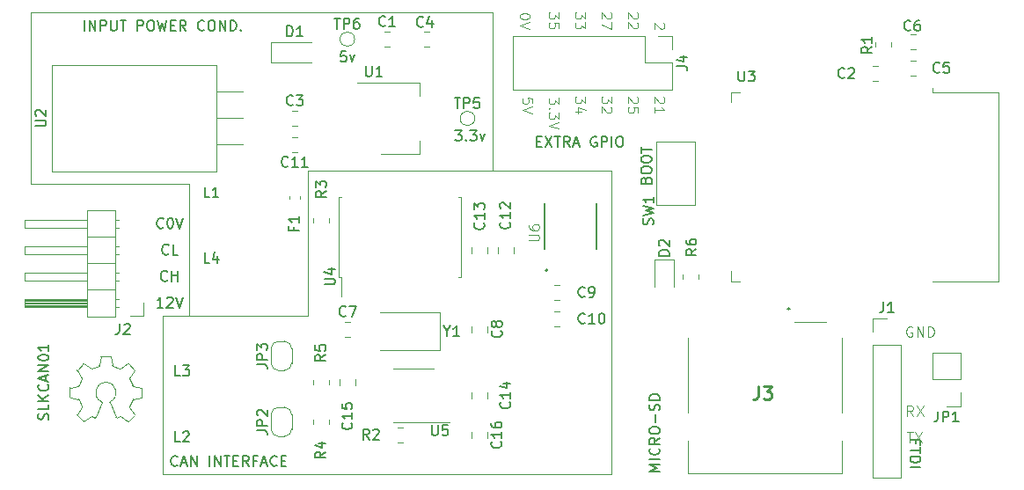
<source format=gbr>
%TF.GenerationSoftware,KiCad,Pcbnew,(5.1.9)-1*%
%TF.CreationDate,2021-03-13T19:54:35-06:00*%
%TF.ProjectId,SLKCAN,534c4b43-414e-42e6-9b69-6361645f7063,rev?*%
%TF.SameCoordinates,Original*%
%TF.FileFunction,Legend,Top*%
%TF.FilePolarity,Positive*%
%FSLAX46Y46*%
G04 Gerber Fmt 4.6, Leading zero omitted, Abs format (unit mm)*
G04 Created by KiCad (PCBNEW (5.1.9)-1) date 2021-03-13 19:54:35*
%MOMM*%
%LPD*%
G01*
G04 APERTURE LIST*
%ADD10C,0.090000*%
%ADD11C,0.100000*%
%ADD12C,0.150000*%
%ADD13C,0.120000*%
%ADD14C,0.127000*%
%ADD15C,0.200000*%
%ADD16C,0.015000*%
%ADD17C,0.254000*%
G04 APERTURE END LIST*
D10*
X107138436Y-102912329D02*
X107990561Y-102912329D01*
X108034746Y-102948804D02*
X108196042Y-103784854D01*
X108223007Y-103817904D02*
G75*
G02*
X108196042Y-103784854I17220J41575D01*
G01*
X107094251Y-102948805D02*
G75*
G02*
X107138436Y-102912329I44185J-8524D01*
G01*
X107990560Y-102912329D02*
G75*
G02*
X108034746Y-102948804I1J-45000D01*
G01*
X106526367Y-108820942D02*
X106205698Y-108688117D01*
X106585249Y-108796377D02*
G75*
G02*
X106526367Y-108820942I-41661J17010D01*
G01*
X107175617Y-107350476D02*
X106585249Y-108796378D01*
X105270123Y-104996809D02*
G75*
G02*
X105274427Y-105039245I-37270J-25216D01*
G01*
X104951307Y-107029589D02*
X104115257Y-106868293D01*
X104078782Y-106824108D02*
X104078782Y-105971983D01*
X104115258Y-106868293D02*
G75*
G02*
X104078782Y-106824108I8524J44185D01*
G01*
X105274427Y-107756846D02*
X104984357Y-107056554D01*
X106163261Y-108692419D02*
G75*
G02*
X106205698Y-108688117I25216J-37272D01*
G01*
X105458032Y-109169542D02*
G75*
G02*
X105400996Y-109164091I-25216J37271D01*
G01*
X104793001Y-108504512D02*
X105270124Y-107799282D01*
X104984357Y-105739537D02*
X105274427Y-105039245D01*
X105274428Y-107756845D02*
G75*
G02*
X105270124Y-107799282I-41575J-17221D01*
G01*
X107152771Y-107292588D02*
G75*
G02*
X107976226Y-107292588I411727J894542D01*
G01*
X106163261Y-108692420D02*
X105458032Y-109169543D01*
X104798453Y-104234543D02*
X105400996Y-103632000D01*
X104984357Y-105739537D02*
G75*
G02*
X104951307Y-105766502I-41575J17220D01*
G01*
X105400996Y-109164091D02*
X104798453Y-108561548D01*
X106205698Y-104107975D02*
X106905990Y-103817904D01*
X107152770Y-107292587D02*
G75*
G02*
X107175617Y-107350476I-18815J-40879D01*
G01*
X104078782Y-105971984D02*
G75*
G02*
X104115257Y-105927798I45000J1D01*
G01*
X106932955Y-103784854D02*
X107094250Y-102948804D01*
X106932954Y-103784853D02*
G75*
G02*
X106905990Y-103817904I-44185J8524D01*
G01*
X106205698Y-104107975D02*
G75*
G02*
X106163261Y-104103671I-17221J41575D01*
G01*
X105458032Y-103626548D02*
X106163261Y-104103671D01*
X105400995Y-103632000D02*
G75*
G02*
X105458032Y-103626548I31821J-31820D01*
G01*
X105270124Y-104996809D02*
X104793001Y-104291579D01*
X104793000Y-104291578D02*
G75*
G02*
X104798453Y-104234543I37272J25215D01*
G01*
X104115257Y-105927798D02*
X104951307Y-105766502D01*
X104798452Y-108561548D02*
G75*
G02*
X104793001Y-108504512I31820J31820D01*
G01*
X104951307Y-107029589D02*
G75*
G02*
X104984357Y-107056554I-8525J-44185D01*
G01*
X109728001Y-109164091D02*
G75*
G02*
X109670964Y-109169543I-31821J31820D01*
G01*
X109858873Y-107799283D02*
G75*
G02*
X109854569Y-107756846I37271J25217D01*
G01*
X108223006Y-103817904D02*
X108923298Y-104107975D01*
X108965735Y-104103671D02*
X109670964Y-103626548D01*
X111013739Y-106868293D02*
X110177690Y-107029589D01*
X110335995Y-108504512D02*
G75*
G02*
X110330544Y-108561548I-37271J-25216D01*
G01*
X111013739Y-105927798D02*
G75*
G02*
X111050215Y-105971983I-8524J-44185D01*
G01*
X110335995Y-104291579D02*
X109858872Y-104996809D01*
X107953380Y-107350477D02*
G75*
G02*
X107976226Y-107292588I41661J17011D01*
G01*
X108602630Y-108820941D02*
G75*
G02*
X108543748Y-108796378I-17221J41574D01*
G01*
X108923298Y-108688117D02*
X108602629Y-108820942D01*
X109854569Y-105039245D02*
X110144640Y-105739537D01*
X110177689Y-105766501D02*
G75*
G02*
X110144640Y-105739537I8525J44184D01*
G01*
X109670964Y-109169543D02*
X108965735Y-108692420D01*
X110144640Y-107056554D02*
X109854569Y-107756846D01*
X108923298Y-108688116D02*
G75*
G02*
X108965735Y-108692420I17221J-41575D01*
G01*
X110330544Y-108561548D02*
X109728000Y-109164091D01*
X110144640Y-107056553D02*
G75*
G02*
X110177690Y-107029589I41574J-17221D01*
G01*
X110330544Y-104234543D02*
G75*
G02*
X110335995Y-104291579I-31820J-31820D01*
G01*
X109670964Y-103626549D02*
G75*
G02*
X109728000Y-103632000I25216J-37271D01*
G01*
X108965735Y-104103671D02*
G75*
G02*
X108923298Y-104107975I-25216J37271D01*
G01*
X109858872Y-107799282D02*
X110335995Y-108504512D01*
X111050215Y-105971983D02*
X111050215Y-106824108D01*
X110177690Y-105766502D02*
X111013739Y-105927798D01*
X111050215Y-106824108D02*
G75*
G02*
X111013739Y-106868293I-45000J0D01*
G01*
X109854569Y-105039246D02*
G75*
G02*
X109858872Y-104996809I41575J17221D01*
G01*
X108543748Y-108796378D02*
X107953380Y-107350476D01*
X109728000Y-103632000D02*
X110330544Y-104234543D01*
D11*
X184658095Y-110196380D02*
X185229523Y-110196380D01*
X184943809Y-111196380D02*
X184943809Y-110196380D01*
X185467619Y-110196380D02*
X186134285Y-111196380D01*
X186134285Y-110196380D02*
X185467619Y-111196380D01*
X185253333Y-108656380D02*
X184920000Y-108180190D01*
X184681904Y-108656380D02*
X184681904Y-107656380D01*
X185062857Y-107656380D01*
X185158095Y-107704000D01*
X185205714Y-107751619D01*
X185253333Y-107846857D01*
X185253333Y-107989714D01*
X185205714Y-108084952D01*
X185158095Y-108132571D01*
X185062857Y-108180190D01*
X184681904Y-108180190D01*
X185586666Y-107656380D02*
X186253333Y-108656380D01*
X186253333Y-107656380D02*
X185586666Y-108656380D01*
X185166095Y-100084000D02*
X185070857Y-100036380D01*
X184928000Y-100036380D01*
X184785142Y-100084000D01*
X184689904Y-100179238D01*
X184642285Y-100274476D01*
X184594666Y-100464952D01*
X184594666Y-100607809D01*
X184642285Y-100798285D01*
X184689904Y-100893523D01*
X184785142Y-100988761D01*
X184928000Y-101036380D01*
X185023238Y-101036380D01*
X185166095Y-100988761D01*
X185213714Y-100941142D01*
X185213714Y-100607809D01*
X185023238Y-100607809D01*
X185642285Y-101036380D02*
X185642285Y-100036380D01*
X186213714Y-101036380D01*
X186213714Y-100036380D01*
X186689904Y-101036380D02*
X186689904Y-100036380D01*
X186928000Y-100036380D01*
X187070857Y-100084000D01*
X187166095Y-100179238D01*
X187213714Y-100274476D01*
X187261333Y-100464952D01*
X187261333Y-100607809D01*
X187213714Y-100798285D01*
X187166095Y-100893523D01*
X187070857Y-100988761D01*
X186928000Y-101036380D01*
X186689904Y-101036380D01*
X153709619Y-77930476D02*
X153709619Y-78549523D01*
X153328666Y-78216190D01*
X153328666Y-78359047D01*
X153281047Y-78454285D01*
X153233428Y-78501904D01*
X153138190Y-78549523D01*
X152900095Y-78549523D01*
X152804857Y-78501904D01*
X152757238Y-78454285D01*
X152709619Y-78359047D01*
X152709619Y-78073333D01*
X152757238Y-77978095D01*
X152804857Y-77930476D01*
X153376285Y-79406666D02*
X152709619Y-79406666D01*
X153757238Y-79168571D02*
X153042952Y-78930476D01*
X153042952Y-79549523D01*
X153709619Y-69802476D02*
X153709619Y-70421523D01*
X153328666Y-70088190D01*
X153328666Y-70231047D01*
X153281047Y-70326285D01*
X153233428Y-70373904D01*
X153138190Y-70421523D01*
X152900095Y-70421523D01*
X152804857Y-70373904D01*
X152757238Y-70326285D01*
X152709619Y-70231047D01*
X152709619Y-69945333D01*
X152757238Y-69850095D01*
X152804857Y-69802476D01*
X153709619Y-70754857D02*
X153709619Y-71373904D01*
X153328666Y-71040571D01*
X153328666Y-71183428D01*
X153281047Y-71278666D01*
X153233428Y-71326285D01*
X153138190Y-71373904D01*
X152900095Y-71373904D01*
X152804857Y-71326285D01*
X152757238Y-71278666D01*
X152709619Y-71183428D01*
X152709619Y-70897714D01*
X152757238Y-70802476D01*
X152804857Y-70754857D01*
X156154380Y-69850095D02*
X156202000Y-69897714D01*
X156249619Y-69992952D01*
X156249619Y-70231047D01*
X156202000Y-70326285D01*
X156154380Y-70373904D01*
X156059142Y-70421523D01*
X155963904Y-70421523D01*
X155821047Y-70373904D01*
X155249619Y-69802476D01*
X155249619Y-70421523D01*
X156249619Y-70754857D02*
X156249619Y-71421523D01*
X155249619Y-70992952D01*
X161234380Y-70834285D02*
X161282000Y-70881904D01*
X161329619Y-70977142D01*
X161329619Y-71215238D01*
X161282000Y-71310476D01*
X161234380Y-71358095D01*
X161139142Y-71405714D01*
X161043904Y-71405714D01*
X160901047Y-71358095D01*
X160329619Y-70786666D01*
X160329619Y-71405714D01*
X158694380Y-69850095D02*
X158742000Y-69897714D01*
X158789619Y-69992952D01*
X158789619Y-70231047D01*
X158742000Y-70326285D01*
X158694380Y-70373904D01*
X158599142Y-70421523D01*
X158503904Y-70421523D01*
X158361047Y-70373904D01*
X157789619Y-69802476D01*
X157789619Y-70421523D01*
X158694380Y-70802476D02*
X158742000Y-70850095D01*
X158789619Y-70945333D01*
X158789619Y-71183428D01*
X158742000Y-71278666D01*
X158694380Y-71326285D01*
X158599142Y-71373904D01*
X158503904Y-71373904D01*
X158361047Y-71326285D01*
X157789619Y-70754857D01*
X157789619Y-71373904D01*
X158694380Y-77978095D02*
X158742000Y-78025714D01*
X158789619Y-78120952D01*
X158789619Y-78359047D01*
X158742000Y-78454285D01*
X158694380Y-78501904D01*
X158599142Y-78549523D01*
X158503904Y-78549523D01*
X158361047Y-78501904D01*
X157789619Y-77930476D01*
X157789619Y-78549523D01*
X158789619Y-79454285D02*
X158789619Y-78978095D01*
X158313428Y-78930476D01*
X158361047Y-78978095D01*
X158408666Y-79073333D01*
X158408666Y-79311428D01*
X158361047Y-79406666D01*
X158313428Y-79454285D01*
X158218190Y-79501904D01*
X157980095Y-79501904D01*
X157884857Y-79454285D01*
X157837238Y-79406666D01*
X157789619Y-79311428D01*
X157789619Y-79073333D01*
X157837238Y-78978095D01*
X157884857Y-78930476D01*
X156249619Y-77930476D02*
X156249619Y-78549523D01*
X155868666Y-78216190D01*
X155868666Y-78359047D01*
X155821047Y-78454285D01*
X155773428Y-78501904D01*
X155678190Y-78549523D01*
X155440095Y-78549523D01*
X155344857Y-78501904D01*
X155297238Y-78454285D01*
X155249619Y-78359047D01*
X155249619Y-78073333D01*
X155297238Y-77978095D01*
X155344857Y-77930476D01*
X156154380Y-78930476D02*
X156202000Y-78978095D01*
X156249619Y-79073333D01*
X156249619Y-79311428D01*
X156202000Y-79406666D01*
X156154380Y-79454285D01*
X156059142Y-79501904D01*
X155963904Y-79501904D01*
X155821047Y-79454285D01*
X155249619Y-78882857D01*
X155249619Y-79501904D01*
X161234380Y-77978095D02*
X161282000Y-78025714D01*
X161329619Y-78120952D01*
X161329619Y-78359047D01*
X161282000Y-78454285D01*
X161234380Y-78501904D01*
X161139142Y-78549523D01*
X161043904Y-78549523D01*
X160901047Y-78501904D01*
X160329619Y-77930476D01*
X160329619Y-78549523D01*
X160329619Y-79501904D02*
X160329619Y-78930476D01*
X160329619Y-79216190D02*
X161329619Y-79216190D01*
X161186761Y-79120952D01*
X161091523Y-79025714D01*
X161043904Y-78930476D01*
X151169619Y-69802476D02*
X151169619Y-70421523D01*
X150788666Y-70088190D01*
X150788666Y-70231047D01*
X150741047Y-70326285D01*
X150693428Y-70373904D01*
X150598190Y-70421523D01*
X150360095Y-70421523D01*
X150264857Y-70373904D01*
X150217238Y-70326285D01*
X150169619Y-70231047D01*
X150169619Y-69945333D01*
X150217238Y-69850095D01*
X150264857Y-69802476D01*
X151169619Y-71326285D02*
X151169619Y-70850095D01*
X150693428Y-70802476D01*
X150741047Y-70850095D01*
X150788666Y-70945333D01*
X150788666Y-71183428D01*
X150741047Y-71278666D01*
X150693428Y-71326285D01*
X150598190Y-71373904D01*
X150360095Y-71373904D01*
X150264857Y-71326285D01*
X150217238Y-71278666D01*
X150169619Y-71183428D01*
X150169619Y-70945333D01*
X150217238Y-70850095D01*
X150264857Y-70802476D01*
X148375619Y-70135809D02*
X148375619Y-70231047D01*
X148328000Y-70326285D01*
X148280380Y-70373904D01*
X148185142Y-70421523D01*
X147994666Y-70469142D01*
X147756571Y-70469142D01*
X147566095Y-70421523D01*
X147470857Y-70373904D01*
X147423238Y-70326285D01*
X147375619Y-70231047D01*
X147375619Y-70135809D01*
X147423238Y-70040571D01*
X147470857Y-69992952D01*
X147566095Y-69945333D01*
X147756571Y-69897714D01*
X147994666Y-69897714D01*
X148185142Y-69945333D01*
X148280380Y-69992952D01*
X148328000Y-70040571D01*
X148375619Y-70135809D01*
X148375619Y-70754857D02*
X147375619Y-71088190D01*
X148375619Y-71421523D01*
X151169619Y-78025809D02*
X151169619Y-78644857D01*
X150788666Y-78311523D01*
X150788666Y-78454380D01*
X150741047Y-78549619D01*
X150693428Y-78597238D01*
X150598190Y-78644857D01*
X150360095Y-78644857D01*
X150264857Y-78597238D01*
X150217238Y-78549619D01*
X150169619Y-78454380D01*
X150169619Y-78168666D01*
X150217238Y-78073428D01*
X150264857Y-78025809D01*
X150264857Y-79073428D02*
X150217238Y-79121047D01*
X150169619Y-79073428D01*
X150217238Y-79025809D01*
X150264857Y-79073428D01*
X150169619Y-79073428D01*
X151169619Y-79454380D02*
X151169619Y-80073428D01*
X150788666Y-79740095D01*
X150788666Y-79882952D01*
X150741047Y-79978190D01*
X150693428Y-80025809D01*
X150598190Y-80073428D01*
X150360095Y-80073428D01*
X150264857Y-80025809D01*
X150217238Y-79978190D01*
X150169619Y-79882952D01*
X150169619Y-79597238D01*
X150217238Y-79502000D01*
X150264857Y-79454380D01*
X151169619Y-80359142D02*
X150169619Y-80692476D01*
X151169619Y-81025809D01*
X148629619Y-78549523D02*
X148629619Y-78073333D01*
X148153428Y-78025714D01*
X148201047Y-78073333D01*
X148248666Y-78168571D01*
X148248666Y-78406666D01*
X148201047Y-78501904D01*
X148153428Y-78549523D01*
X148058190Y-78597142D01*
X147820095Y-78597142D01*
X147724857Y-78549523D01*
X147677238Y-78501904D01*
X147629619Y-78406666D01*
X147629619Y-78168571D01*
X147677238Y-78073333D01*
X147724857Y-78025714D01*
X148629619Y-78882857D02*
X147629619Y-79216190D01*
X148629619Y-79549523D01*
D12*
X102004761Y-109005238D02*
X102052380Y-108862380D01*
X102052380Y-108624285D01*
X102004761Y-108529047D01*
X101957142Y-108481428D01*
X101861904Y-108433809D01*
X101766666Y-108433809D01*
X101671428Y-108481428D01*
X101623809Y-108529047D01*
X101576190Y-108624285D01*
X101528571Y-108814761D01*
X101480952Y-108910000D01*
X101433333Y-108957619D01*
X101338095Y-109005238D01*
X101242857Y-109005238D01*
X101147619Y-108957619D01*
X101100000Y-108910000D01*
X101052380Y-108814761D01*
X101052380Y-108576666D01*
X101100000Y-108433809D01*
X102052380Y-107529047D02*
X102052380Y-108005238D01*
X101052380Y-108005238D01*
X102052380Y-107195714D02*
X101052380Y-107195714D01*
X102052380Y-106624285D02*
X101480952Y-107052857D01*
X101052380Y-106624285D02*
X101623809Y-107195714D01*
X101957142Y-105624285D02*
X102004761Y-105671904D01*
X102052380Y-105814761D01*
X102052380Y-105910000D01*
X102004761Y-106052857D01*
X101909523Y-106148095D01*
X101814285Y-106195714D01*
X101623809Y-106243333D01*
X101480952Y-106243333D01*
X101290476Y-106195714D01*
X101195238Y-106148095D01*
X101100000Y-106052857D01*
X101052380Y-105910000D01*
X101052380Y-105814761D01*
X101100000Y-105671904D01*
X101147619Y-105624285D01*
X101766666Y-105243333D02*
X101766666Y-104767142D01*
X102052380Y-105338571D02*
X101052380Y-105005238D01*
X102052380Y-104671904D01*
X102052380Y-104338571D02*
X101052380Y-104338571D01*
X102052380Y-103767142D01*
X101052380Y-103767142D01*
X101052380Y-103100476D02*
X101052380Y-103005238D01*
X101100000Y-102910000D01*
X101147619Y-102862380D01*
X101242857Y-102814761D01*
X101433333Y-102767142D01*
X101671428Y-102767142D01*
X101861904Y-102814761D01*
X101957142Y-102862380D01*
X102004761Y-102910000D01*
X102052380Y-103005238D01*
X102052380Y-103100476D01*
X102004761Y-103195714D01*
X101957142Y-103243333D01*
X101861904Y-103290952D01*
X101671428Y-103338571D01*
X101433333Y-103338571D01*
X101242857Y-103290952D01*
X101147619Y-103243333D01*
X101100000Y-103195714D01*
X101052380Y-103100476D01*
X102052380Y-101814761D02*
X102052380Y-102386190D01*
X102052380Y-102100476D02*
X101052380Y-102100476D01*
X101195238Y-102195714D01*
X101290476Y-102290952D01*
X101338095Y-102386190D01*
X105506190Y-71572380D02*
X105506190Y-70572380D01*
X105982380Y-71572380D02*
X105982380Y-70572380D01*
X106553809Y-71572380D01*
X106553809Y-70572380D01*
X107030000Y-71572380D02*
X107030000Y-70572380D01*
X107410952Y-70572380D01*
X107506190Y-70620000D01*
X107553809Y-70667619D01*
X107601428Y-70762857D01*
X107601428Y-70905714D01*
X107553809Y-71000952D01*
X107506190Y-71048571D01*
X107410952Y-71096190D01*
X107030000Y-71096190D01*
X108030000Y-70572380D02*
X108030000Y-71381904D01*
X108077619Y-71477142D01*
X108125238Y-71524761D01*
X108220476Y-71572380D01*
X108410952Y-71572380D01*
X108506190Y-71524761D01*
X108553809Y-71477142D01*
X108601428Y-71381904D01*
X108601428Y-70572380D01*
X108934761Y-70572380D02*
X109506190Y-70572380D01*
X109220476Y-71572380D02*
X109220476Y-70572380D01*
X110601428Y-71572380D02*
X110601428Y-70572380D01*
X110982380Y-70572380D01*
X111077619Y-70620000D01*
X111125238Y-70667619D01*
X111172857Y-70762857D01*
X111172857Y-70905714D01*
X111125238Y-71000952D01*
X111077619Y-71048571D01*
X110982380Y-71096190D01*
X110601428Y-71096190D01*
X111791904Y-70572380D02*
X111982380Y-70572380D01*
X112077619Y-70620000D01*
X112172857Y-70715238D01*
X112220476Y-70905714D01*
X112220476Y-71239047D01*
X112172857Y-71429523D01*
X112077619Y-71524761D01*
X111982380Y-71572380D01*
X111791904Y-71572380D01*
X111696666Y-71524761D01*
X111601428Y-71429523D01*
X111553809Y-71239047D01*
X111553809Y-70905714D01*
X111601428Y-70715238D01*
X111696666Y-70620000D01*
X111791904Y-70572380D01*
X112553809Y-70572380D02*
X112791904Y-71572380D01*
X112982380Y-70858095D01*
X113172857Y-71572380D01*
X113410952Y-70572380D01*
X113791904Y-71048571D02*
X114125238Y-71048571D01*
X114268095Y-71572380D02*
X113791904Y-71572380D01*
X113791904Y-70572380D01*
X114268095Y-70572380D01*
X115268095Y-71572380D02*
X114934761Y-71096190D01*
X114696666Y-71572380D02*
X114696666Y-70572380D01*
X115077619Y-70572380D01*
X115172857Y-70620000D01*
X115220476Y-70667619D01*
X115268095Y-70762857D01*
X115268095Y-70905714D01*
X115220476Y-71000952D01*
X115172857Y-71048571D01*
X115077619Y-71096190D01*
X114696666Y-71096190D01*
X117030000Y-71477142D02*
X116982380Y-71524761D01*
X116839523Y-71572380D01*
X116744285Y-71572380D01*
X116601428Y-71524761D01*
X116506190Y-71429523D01*
X116458571Y-71334285D01*
X116410952Y-71143809D01*
X116410952Y-71000952D01*
X116458571Y-70810476D01*
X116506190Y-70715238D01*
X116601428Y-70620000D01*
X116744285Y-70572380D01*
X116839523Y-70572380D01*
X116982380Y-70620000D01*
X117030000Y-70667619D01*
X117649047Y-70572380D02*
X117839523Y-70572380D01*
X117934761Y-70620000D01*
X118030000Y-70715238D01*
X118077619Y-70905714D01*
X118077619Y-71239047D01*
X118030000Y-71429523D01*
X117934761Y-71524761D01*
X117839523Y-71572380D01*
X117649047Y-71572380D01*
X117553809Y-71524761D01*
X117458571Y-71429523D01*
X117410952Y-71239047D01*
X117410952Y-70905714D01*
X117458571Y-70715238D01*
X117553809Y-70620000D01*
X117649047Y-70572380D01*
X118506190Y-71572380D02*
X118506190Y-70572380D01*
X119077619Y-71572380D01*
X119077619Y-70572380D01*
X119553809Y-71572380D02*
X119553809Y-70572380D01*
X119791904Y-70572380D01*
X119934761Y-70620000D01*
X120030000Y-70715238D01*
X120077619Y-70810476D01*
X120125238Y-71000952D01*
X120125238Y-71143809D01*
X120077619Y-71334285D01*
X120030000Y-71429523D01*
X119934761Y-71524761D01*
X119791904Y-71572380D01*
X119553809Y-71572380D01*
X120553809Y-71477142D02*
X120601428Y-71524761D01*
X120553809Y-71572380D01*
X120506190Y-71524761D01*
X120553809Y-71477142D01*
X120553809Y-71572380D01*
D13*
X115570000Y-88900000D02*
X115570000Y-99060000D01*
X115570000Y-86360000D02*
X115570000Y-88900000D01*
X113030000Y-86360000D02*
X115570000Y-86360000D01*
X100330000Y-86360000D02*
X113030000Y-86360000D01*
X144780000Y-69850000D02*
X144780000Y-85090000D01*
X100330000Y-69850000D02*
X144780000Y-69850000D01*
X100330000Y-86360000D02*
X100330000Y-69850000D01*
D12*
X160868749Y-113965376D02*
X159868749Y-113965376D01*
X160583035Y-113632042D01*
X159868749Y-113298709D01*
X160868749Y-113298709D01*
X160868749Y-112822519D02*
X159868749Y-112822519D01*
X160773511Y-111774900D02*
X160821130Y-111822519D01*
X160868749Y-111965376D01*
X160868749Y-112060614D01*
X160821130Y-112203471D01*
X160725892Y-112298709D01*
X160630654Y-112346328D01*
X160440178Y-112393947D01*
X160297321Y-112393947D01*
X160106845Y-112346328D01*
X160011607Y-112298709D01*
X159916369Y-112203471D01*
X159868749Y-112060614D01*
X159868749Y-111965376D01*
X159916369Y-111822519D01*
X159963988Y-111774900D01*
X160868749Y-110774900D02*
X160392559Y-111108233D01*
X160868749Y-111346328D02*
X159868749Y-111346328D01*
X159868749Y-110965376D01*
X159916369Y-110870138D01*
X159963988Y-110822519D01*
X160059226Y-110774900D01*
X160202083Y-110774900D01*
X160297321Y-110822519D01*
X160344940Y-110870138D01*
X160392559Y-110965376D01*
X160392559Y-111346328D01*
X159868749Y-110155852D02*
X159868749Y-109965376D01*
X159916369Y-109870138D01*
X160011607Y-109774900D01*
X160202083Y-109727280D01*
X160535416Y-109727280D01*
X160725892Y-109774900D01*
X160821130Y-109870138D01*
X160868749Y-109965376D01*
X160868749Y-110155852D01*
X160821130Y-110251090D01*
X160725892Y-110346328D01*
X160535416Y-110393947D01*
X160202083Y-110393947D01*
X160011607Y-110346328D01*
X159916369Y-110251090D01*
X159868749Y-110155852D01*
X160487797Y-109298709D02*
X160487797Y-108536804D01*
X160821130Y-108108233D02*
X160868749Y-107965376D01*
X160868749Y-107727280D01*
X160821130Y-107632042D01*
X160773511Y-107584423D01*
X160678273Y-107536804D01*
X160583035Y-107536804D01*
X160487797Y-107584423D01*
X160440178Y-107632042D01*
X160392559Y-107727280D01*
X160344940Y-107917757D01*
X160297321Y-108012995D01*
X160249702Y-108060614D01*
X160154464Y-108108233D01*
X160059226Y-108108233D01*
X159963988Y-108060614D01*
X159916369Y-108012995D01*
X159868749Y-107917757D01*
X159868749Y-107679661D01*
X159916369Y-107536804D01*
X160868749Y-107108233D02*
X159868749Y-107108233D01*
X159868749Y-106870138D01*
X159916369Y-106727280D01*
X160011607Y-106632042D01*
X160106845Y-106584423D01*
X160297321Y-106536804D01*
X160440178Y-106536804D01*
X160630654Y-106584423D01*
X160725892Y-106632042D01*
X160821130Y-106727280D01*
X160868749Y-106870138D01*
X160868749Y-107108233D01*
X114451428Y-113387142D02*
X114403809Y-113434761D01*
X114260952Y-113482380D01*
X114165714Y-113482380D01*
X114022857Y-113434761D01*
X113927619Y-113339523D01*
X113880000Y-113244285D01*
X113832380Y-113053809D01*
X113832380Y-112910952D01*
X113880000Y-112720476D01*
X113927619Y-112625238D01*
X114022857Y-112530000D01*
X114165714Y-112482380D01*
X114260952Y-112482380D01*
X114403809Y-112530000D01*
X114451428Y-112577619D01*
X114832380Y-113196666D02*
X115308571Y-113196666D01*
X114737142Y-113482380D02*
X115070476Y-112482380D01*
X115403809Y-113482380D01*
X115737142Y-113482380D02*
X115737142Y-112482380D01*
X116308571Y-113482380D01*
X116308571Y-112482380D01*
X117546666Y-113482380D02*
X117546666Y-112482380D01*
X118022857Y-113482380D02*
X118022857Y-112482380D01*
X118594285Y-113482380D01*
X118594285Y-112482380D01*
X118927619Y-112482380D02*
X119499047Y-112482380D01*
X119213333Y-113482380D02*
X119213333Y-112482380D01*
X119832380Y-112958571D02*
X120165714Y-112958571D01*
X120308571Y-113482380D02*
X119832380Y-113482380D01*
X119832380Y-112482380D01*
X120308571Y-112482380D01*
X121308571Y-113482380D02*
X120975238Y-113006190D01*
X120737142Y-113482380D02*
X120737142Y-112482380D01*
X121118095Y-112482380D01*
X121213333Y-112530000D01*
X121260952Y-112577619D01*
X121308571Y-112672857D01*
X121308571Y-112815714D01*
X121260952Y-112910952D01*
X121213333Y-112958571D01*
X121118095Y-113006190D01*
X120737142Y-113006190D01*
X122070476Y-112958571D02*
X121737142Y-112958571D01*
X121737142Y-113482380D02*
X121737142Y-112482380D01*
X122213333Y-112482380D01*
X122546666Y-113196666D02*
X123022857Y-113196666D01*
X122451428Y-113482380D02*
X122784761Y-112482380D01*
X123118095Y-113482380D01*
X124022857Y-113387142D02*
X123975238Y-113434761D01*
X123832380Y-113482380D01*
X123737142Y-113482380D01*
X123594285Y-113434761D01*
X123499047Y-113339523D01*
X123451428Y-113244285D01*
X123403809Y-113053809D01*
X123403809Y-112910952D01*
X123451428Y-112720476D01*
X123499047Y-112625238D01*
X123594285Y-112530000D01*
X123737142Y-112482380D01*
X123832380Y-112482380D01*
X123975238Y-112530000D01*
X124022857Y-112577619D01*
X124451428Y-112958571D02*
X124784761Y-112958571D01*
X124927619Y-113482380D02*
X124451428Y-113482380D01*
X124451428Y-112482380D01*
X124927619Y-112482380D01*
D13*
X156210000Y-114300000D02*
X113030000Y-114300000D01*
X156210000Y-85090000D02*
X156210000Y-114300000D01*
X127000000Y-85090000D02*
X156210000Y-85090000D01*
X127000000Y-99060000D02*
X127000000Y-85090000D01*
X113030000Y-99060000D02*
X127000000Y-99060000D01*
X113030000Y-114300000D02*
X113030000Y-99060000D01*
D12*
X159553420Y-85947776D02*
X159601039Y-85804919D01*
X159648658Y-85757300D01*
X159743896Y-85709681D01*
X159886753Y-85709681D01*
X159981991Y-85757300D01*
X160029610Y-85804919D01*
X160077229Y-85900157D01*
X160077229Y-86281110D01*
X159077229Y-86281110D01*
X159077229Y-85947776D01*
X159124849Y-85852538D01*
X159172468Y-85804919D01*
X159267706Y-85757300D01*
X159362944Y-85757300D01*
X159458182Y-85804919D01*
X159505801Y-85852538D01*
X159553420Y-85947776D01*
X159553420Y-86281110D01*
X159077229Y-85090634D02*
X159077229Y-84900157D01*
X159124849Y-84804919D01*
X159220087Y-84709681D01*
X159410563Y-84662062D01*
X159743896Y-84662062D01*
X159934372Y-84709681D01*
X160029610Y-84804919D01*
X160077229Y-84900157D01*
X160077229Y-85090634D01*
X160029610Y-85185872D01*
X159934372Y-85281110D01*
X159743896Y-85328729D01*
X159410563Y-85328729D01*
X159220087Y-85281110D01*
X159124849Y-85185872D01*
X159077229Y-85090634D01*
X159077229Y-84043014D02*
X159077229Y-83852538D01*
X159124849Y-83757300D01*
X159220087Y-83662062D01*
X159410563Y-83614443D01*
X159743896Y-83614443D01*
X159934372Y-83662062D01*
X160029610Y-83757300D01*
X160077229Y-83852538D01*
X160077229Y-84043014D01*
X160029610Y-84138253D01*
X159934372Y-84233491D01*
X159743896Y-84281110D01*
X159410563Y-84281110D01*
X159220087Y-84233491D01*
X159124849Y-84138253D01*
X159077229Y-84043014D01*
X159077229Y-83328729D02*
X159077229Y-82757300D01*
X160077229Y-83043014D02*
X159077229Y-83043014D01*
X149019142Y-82224571D02*
X149352476Y-82224571D01*
X149495333Y-82748380D02*
X149019142Y-82748380D01*
X149019142Y-81748380D01*
X149495333Y-81748380D01*
X149828666Y-81748380D02*
X150495333Y-82748380D01*
X150495333Y-81748380D02*
X149828666Y-82748380D01*
X150733428Y-81748380D02*
X151304857Y-81748380D01*
X151019142Y-82748380D02*
X151019142Y-81748380D01*
X152209619Y-82748380D02*
X151876285Y-82272190D01*
X151638190Y-82748380D02*
X151638190Y-81748380D01*
X152019142Y-81748380D01*
X152114380Y-81796000D01*
X152162000Y-81843619D01*
X152209619Y-81938857D01*
X152209619Y-82081714D01*
X152162000Y-82176952D01*
X152114380Y-82224571D01*
X152019142Y-82272190D01*
X151638190Y-82272190D01*
X152590571Y-82462666D02*
X153066761Y-82462666D01*
X152495333Y-82748380D02*
X152828666Y-81748380D01*
X153162000Y-82748380D01*
X154781047Y-81796000D02*
X154685809Y-81748380D01*
X154542952Y-81748380D01*
X154400095Y-81796000D01*
X154304857Y-81891238D01*
X154257238Y-81986476D01*
X154209619Y-82176952D01*
X154209619Y-82319809D01*
X154257238Y-82510285D01*
X154304857Y-82605523D01*
X154400095Y-82700761D01*
X154542952Y-82748380D01*
X154638190Y-82748380D01*
X154781047Y-82700761D01*
X154828666Y-82653142D01*
X154828666Y-82319809D01*
X154638190Y-82319809D01*
X155257238Y-82748380D02*
X155257238Y-81748380D01*
X155638190Y-81748380D01*
X155733428Y-81796000D01*
X155781047Y-81843619D01*
X155828666Y-81938857D01*
X155828666Y-82081714D01*
X155781047Y-82176952D01*
X155733428Y-82224571D01*
X155638190Y-82272190D01*
X155257238Y-82272190D01*
X156257238Y-82748380D02*
X156257238Y-81748380D01*
X156923904Y-81748380D02*
X157114380Y-81748380D01*
X157209619Y-81796000D01*
X157304857Y-81891238D01*
X157352476Y-82081714D01*
X157352476Y-82415047D01*
X157304857Y-82605523D01*
X157209619Y-82700761D01*
X157114380Y-82748380D01*
X156923904Y-82748380D01*
X156828666Y-82700761D01*
X156733428Y-82605523D01*
X156685809Y-82415047D01*
X156685809Y-82081714D01*
X156733428Y-81891238D01*
X156828666Y-81796000D01*
X156923904Y-81748380D01*
X141182402Y-81173435D02*
X141801450Y-81173435D01*
X141468116Y-81554388D01*
X141610974Y-81554388D01*
X141706212Y-81602007D01*
X141753831Y-81649626D01*
X141801450Y-81744864D01*
X141801450Y-81982959D01*
X141753831Y-82078197D01*
X141706212Y-82125816D01*
X141610974Y-82173435D01*
X141325259Y-82173435D01*
X141230021Y-82125816D01*
X141182402Y-82078197D01*
X142230021Y-82078197D02*
X142277640Y-82125816D01*
X142230021Y-82173435D01*
X142182402Y-82125816D01*
X142230021Y-82078197D01*
X142230021Y-82173435D01*
X142610974Y-81173435D02*
X143230021Y-81173435D01*
X142896688Y-81554388D01*
X143039545Y-81554388D01*
X143134783Y-81602007D01*
X143182402Y-81649626D01*
X143230021Y-81744864D01*
X143230021Y-81982959D01*
X143182402Y-82078197D01*
X143134783Y-82125816D01*
X143039545Y-82173435D01*
X142753831Y-82173435D01*
X142658593Y-82125816D01*
X142610974Y-82078197D01*
X143563354Y-81506769D02*
X143801450Y-82173435D01*
X144039545Y-81506769D01*
X130663605Y-73575687D02*
X130187415Y-73575687D01*
X130139796Y-74051878D01*
X130187415Y-74004259D01*
X130282653Y-73956640D01*
X130520748Y-73956640D01*
X130615986Y-74004259D01*
X130663605Y-74051878D01*
X130711224Y-74147116D01*
X130711224Y-74385211D01*
X130663605Y-74480449D01*
X130615986Y-74528068D01*
X130520748Y-74575687D01*
X130282653Y-74575687D01*
X130187415Y-74528068D01*
X130139796Y-74480449D01*
X131044558Y-73909021D02*
X131282653Y-74575687D01*
X131520748Y-73909021D01*
X113098544Y-90509395D02*
X113050925Y-90557014D01*
X112908068Y-90604633D01*
X112812830Y-90604633D01*
X112669973Y-90557014D01*
X112574735Y-90461776D01*
X112527116Y-90366538D01*
X112479497Y-90176062D01*
X112479497Y-90033205D01*
X112527116Y-89842729D01*
X112574735Y-89747491D01*
X112669973Y-89652253D01*
X112812830Y-89604633D01*
X112908068Y-89604633D01*
X113050925Y-89652253D01*
X113098544Y-89699872D01*
X113717592Y-89604633D02*
X113812830Y-89604633D01*
X113908068Y-89652253D01*
X113955687Y-89699872D01*
X114003306Y-89795110D01*
X114050925Y-89985586D01*
X114050925Y-90223681D01*
X114003306Y-90414157D01*
X113955687Y-90509395D01*
X113908068Y-90557014D01*
X113812830Y-90604633D01*
X113717592Y-90604633D01*
X113622354Y-90557014D01*
X113574735Y-90509395D01*
X113527116Y-90414157D01*
X113479497Y-90223681D01*
X113479497Y-89985586D01*
X113527116Y-89795110D01*
X113574735Y-89699872D01*
X113622354Y-89652253D01*
X113717592Y-89604633D01*
X114336640Y-89604633D02*
X114669973Y-90604633D01*
X115003306Y-89604633D01*
X113598544Y-93049395D02*
X113550925Y-93097014D01*
X113408068Y-93144633D01*
X113312830Y-93144633D01*
X113169973Y-93097014D01*
X113074735Y-93001776D01*
X113027116Y-92906538D01*
X112979497Y-92716062D01*
X112979497Y-92573205D01*
X113027116Y-92382729D01*
X113074735Y-92287491D01*
X113169973Y-92192253D01*
X113312830Y-92144633D01*
X113408068Y-92144633D01*
X113550925Y-92192253D01*
X113598544Y-92239872D01*
X114503306Y-93144633D02*
X114027116Y-93144633D01*
X114027116Y-92144633D01*
X113479497Y-95589395D02*
X113431878Y-95637014D01*
X113289021Y-95684633D01*
X113193783Y-95684633D01*
X113050925Y-95637014D01*
X112955687Y-95541776D01*
X112908068Y-95446538D01*
X112860449Y-95256062D01*
X112860449Y-95113205D01*
X112908068Y-94922729D01*
X112955687Y-94827491D01*
X113050925Y-94732253D01*
X113193783Y-94684633D01*
X113289021Y-94684633D01*
X113431878Y-94732253D01*
X113479497Y-94779872D01*
X113908068Y-95684633D02*
X113908068Y-94684633D01*
X113908068Y-95160824D02*
X114479497Y-95160824D01*
X114479497Y-95684633D02*
X114479497Y-94684633D01*
X113074735Y-98224633D02*
X112503306Y-98224633D01*
X112789021Y-98224633D02*
X112789021Y-97224633D01*
X112693783Y-97367491D01*
X112598544Y-97462729D01*
X112503306Y-97510348D01*
X113455687Y-97319872D02*
X113503306Y-97272253D01*
X113598544Y-97224633D01*
X113836640Y-97224633D01*
X113931878Y-97272253D01*
X113979497Y-97319872D01*
X114027116Y-97415110D01*
X114027116Y-97510348D01*
X113979497Y-97653205D01*
X113408068Y-98224633D01*
X114027116Y-98224633D01*
X114312830Y-97224633D02*
X114646163Y-98224633D01*
X114979497Y-97224633D01*
D13*
%TO.C,U2*%
X118230000Y-85130000D02*
X118230000Y-74890000D01*
X102340000Y-85130000D02*
X102340000Y-74890000D01*
X102340000Y-85130000D02*
X118230000Y-85130000D01*
X102340000Y-74890000D02*
X118230000Y-74890000D01*
X118230000Y-82550000D02*
X120770000Y-82550000D01*
X118230000Y-80010000D02*
X120770000Y-80010000D01*
X118230000Y-77470000D02*
X120770000Y-77470000D01*
%TO.C,Y1*%
X139702821Y-98687227D02*
X133952821Y-98687227D01*
X139702821Y-102287227D02*
X139702821Y-98687227D01*
X133952821Y-102287227D02*
X139702821Y-102287227D01*
D14*
%TO.C,U6*%
X154744303Y-92609275D02*
X154744303Y-88209275D01*
X149744303Y-92609275D02*
X149744303Y-88209275D01*
D15*
X150084303Y-94649275D02*
G75*
G03*
X150084303Y-94649275I-100000J0D01*
G01*
D13*
%TO.C,U5*%
X137160000Y-109240000D02*
X140610000Y-109240000D01*
X137160000Y-109240000D02*
X135210000Y-109240000D01*
X137160000Y-104120000D02*
X139110000Y-104120000D01*
X137160000Y-104120000D02*
X135210000Y-104120000D01*
%TO.C,U4*%
X130250000Y-95300000D02*
X130250000Y-97115000D01*
X130005000Y-95300000D02*
X130250000Y-95300000D01*
X130005000Y-91440000D02*
X130005000Y-95300000D01*
X130005000Y-87580000D02*
X130250000Y-87580000D01*
X130005000Y-91440000D02*
X130005000Y-87580000D01*
X141775000Y-95300000D02*
X141530000Y-95300000D01*
X141775000Y-91440000D02*
X141775000Y-95300000D01*
X141775000Y-87580000D02*
X141530000Y-87580000D01*
X141775000Y-91440000D02*
X141775000Y-87580000D01*
%TO.C,U3*%
X187089303Y-77479275D02*
X187089303Y-77099275D01*
X193509303Y-77479275D02*
X187089303Y-77479275D01*
X193509303Y-95719275D02*
X187089303Y-95719275D01*
X193509303Y-77479275D02*
X193509303Y-95719275D01*
X167764303Y-95719275D02*
X167764303Y-94719275D01*
X168544303Y-95719275D02*
X167764303Y-95719275D01*
X167764303Y-77479275D02*
X167764303Y-78479275D01*
X168544303Y-77479275D02*
X167764303Y-77479275D01*
%TO.C,U1*%
X131790000Y-76600000D02*
X137800000Y-76600000D01*
X134040000Y-83420000D02*
X137800000Y-83420000D01*
X137800000Y-76600000D02*
X137800000Y-77860000D01*
X137800000Y-83420000D02*
X137800000Y-82160000D01*
%TO.C,TP6*%
X131510000Y-72390000D02*
G75*
G03*
X131510000Y-72390000I-700000J0D01*
G01*
%TO.C,TP5*%
X143069300Y-80017252D02*
G75*
G03*
X143069300Y-80017252I-700000J0D01*
G01*
%TO.C,SW1*%
X164254303Y-88389275D02*
X160554303Y-88389275D01*
X164254303Y-82269275D02*
X164254303Y-88389275D01*
X160554303Y-82269275D02*
X164254303Y-82269275D01*
X160554303Y-88389275D02*
X160554303Y-82269275D01*
%TO.C,R6*%
X164565000Y-95477064D02*
X164565000Y-95022936D01*
X163095000Y-95477064D02*
X163095000Y-95022936D01*
%TO.C,R5*%
X127535000Y-105182936D02*
X127535000Y-105637064D01*
X129005000Y-105182936D02*
X129005000Y-105637064D01*
%TO.C,R4*%
X127535000Y-108992936D02*
X127535000Y-109447064D01*
X129005000Y-108992936D02*
X129005000Y-109447064D01*
%TO.C,R3*%
X127535000Y-89585436D02*
X127535000Y-90039564D01*
X129005000Y-89585436D02*
X129005000Y-90039564D01*
%TO.C,R2*%
X135662936Y-111225000D02*
X136117064Y-111225000D01*
X135662936Y-109755000D02*
X136117064Y-109755000D01*
%TO.C,R1*%
X181637000Y-72670936D02*
X181637000Y-73125064D01*
X183107000Y-72670936D02*
X183107000Y-73125064D01*
%TO.C,JP3*%
X123460000Y-103570000D02*
X123460000Y-102170000D01*
X124160000Y-101470000D02*
X124760000Y-101470000D01*
X125460000Y-102170000D02*
X125460000Y-103570000D01*
X124760000Y-104270000D02*
X124160000Y-104270000D01*
X124160000Y-104270000D02*
G75*
G02*
X123460000Y-103570000I0J700000D01*
G01*
X125460000Y-103570000D02*
G75*
G02*
X124760000Y-104270000I-700000J0D01*
G01*
X124760000Y-101470000D02*
G75*
G02*
X125460000Y-102170000I0J-700000D01*
G01*
X123460000Y-102170000D02*
G75*
G02*
X124160000Y-101470000I700000J0D01*
G01*
%TO.C,JP2*%
X123460000Y-109920000D02*
X123460000Y-108520000D01*
X124160000Y-107820000D02*
X124760000Y-107820000D01*
X125460000Y-108520000D02*
X125460000Y-109920000D01*
X124760000Y-110620000D02*
X124160000Y-110620000D01*
X124160000Y-110620000D02*
G75*
G02*
X123460000Y-109920000I0J700000D01*
G01*
X125460000Y-109920000D02*
G75*
G02*
X124760000Y-110620000I-700000J0D01*
G01*
X124760000Y-107820000D02*
G75*
G02*
X125460000Y-108520000I0J-700000D01*
G01*
X123460000Y-108520000D02*
G75*
G02*
X124160000Y-107820000I700000J0D01*
G01*
%TO.C,JP1*%
X189798000Y-107756000D02*
X188468000Y-107756000D01*
X189798000Y-106426000D02*
X189798000Y-107756000D01*
X189798000Y-105156000D02*
X187138000Y-105156000D01*
X187138000Y-105156000D02*
X187138000Y-102556000D01*
X189798000Y-105156000D02*
X189798000Y-102556000D01*
X189798000Y-102556000D02*
X187138000Y-102556000D01*
%TO.C,J4*%
X162074993Y-72076495D02*
X162074993Y-73406495D01*
X160744993Y-72076495D02*
X162074993Y-72076495D01*
X162074993Y-74676495D02*
X162074993Y-77276495D01*
X159474993Y-74676495D02*
X162074993Y-74676495D01*
X159474993Y-72076495D02*
X159474993Y-74676495D01*
X162074993Y-77276495D02*
X146714993Y-77276495D01*
X159474993Y-72076495D02*
X146714993Y-72076495D01*
X146714993Y-72076495D02*
X146714993Y-77276495D01*
D11*
%TO.C,J3*%
X163619689Y-101140283D02*
X163619689Y-108340283D01*
X163619689Y-111040283D02*
X163619689Y-114140283D01*
X163619689Y-114140283D02*
X178369689Y-114140283D01*
X178369689Y-114140283D02*
X178369689Y-111040283D01*
X178369689Y-108340283D02*
X178369689Y-101140283D01*
X176869689Y-99640283D02*
X173869689Y-99640283D01*
D15*
X173169689Y-98340283D02*
X173169689Y-98340283D01*
X173369689Y-98340283D02*
X173369689Y-98340283D01*
X173169689Y-98340283D02*
G75*
G02*
X173369689Y-98340283I100000J0D01*
G01*
X173369689Y-98340283D02*
G75*
G02*
X173169689Y-98340283I-100000J0D01*
G01*
D13*
%TO.C,J2*%
X111153783Y-99042253D02*
X109883783Y-99042253D01*
X111153783Y-97772253D02*
X111153783Y-99042253D01*
X108840854Y-89772253D02*
X108443783Y-89772253D01*
X108840854Y-90532253D02*
X108443783Y-90532253D01*
X99783783Y-89772253D02*
X105783783Y-89772253D01*
X99783783Y-90532253D02*
X99783783Y-89772253D01*
X105783783Y-90532253D02*
X99783783Y-90532253D01*
X108443783Y-91422253D02*
X105783783Y-91422253D01*
X108840854Y-92312253D02*
X108443783Y-92312253D01*
X108840854Y-93072253D02*
X108443783Y-93072253D01*
X99783783Y-92312253D02*
X105783783Y-92312253D01*
X99783783Y-93072253D02*
X99783783Y-92312253D01*
X105783783Y-93072253D02*
X99783783Y-93072253D01*
X108443783Y-93962253D02*
X105783783Y-93962253D01*
X108840854Y-94852253D02*
X108443783Y-94852253D01*
X108840854Y-95612253D02*
X108443783Y-95612253D01*
X99783783Y-94852253D02*
X105783783Y-94852253D01*
X99783783Y-95612253D02*
X99783783Y-94852253D01*
X105783783Y-95612253D02*
X99783783Y-95612253D01*
X108443783Y-96502253D02*
X105783783Y-96502253D01*
X108773783Y-97392253D02*
X108443783Y-97392253D01*
X108773783Y-98152253D02*
X108443783Y-98152253D01*
X105783783Y-97492253D02*
X99783783Y-97492253D01*
X105783783Y-97612253D02*
X99783783Y-97612253D01*
X105783783Y-97732253D02*
X99783783Y-97732253D01*
X105783783Y-97852253D02*
X99783783Y-97852253D01*
X105783783Y-97972253D02*
X99783783Y-97972253D01*
X105783783Y-98092253D02*
X99783783Y-98092253D01*
X99783783Y-97392253D02*
X105783783Y-97392253D01*
X99783783Y-98152253D02*
X99783783Y-97392253D01*
X105783783Y-98152253D02*
X99783783Y-98152253D01*
X105783783Y-99102253D02*
X108443783Y-99102253D01*
X105783783Y-88822253D02*
X105783783Y-99102253D01*
X108443783Y-88822253D02*
X105783783Y-88822253D01*
X108443783Y-99102253D02*
X108443783Y-88822253D01*
%TO.C,J1*%
X181394303Y-99239275D02*
X182724303Y-99239275D01*
X181394303Y-100569275D02*
X181394303Y-99239275D01*
X181394303Y-101839275D02*
X184054303Y-101839275D01*
X184054303Y-101839275D02*
X184054303Y-114599275D01*
X181394303Y-101839275D02*
X181394303Y-114599275D01*
X181394303Y-114599275D02*
X184054303Y-114599275D01*
%TO.C,F1*%
X125220000Y-87467221D02*
X125220000Y-87792779D01*
X126240000Y-87467221D02*
X126240000Y-87792779D01*
%TO.C,D2*%
X160330000Y-93565000D02*
X160330000Y-96250000D01*
X162250000Y-93565000D02*
X160330000Y-93565000D01*
X162250000Y-96250000D02*
X162250000Y-93565000D01*
%TO.C,D1*%
X123480000Y-72660000D02*
X127380000Y-72660000D01*
X123480000Y-74660000D02*
X127380000Y-74660000D01*
X123480000Y-72660000D02*
X123480000Y-74660000D01*
%TO.C,C16*%
X142775000Y-110228748D02*
X142775000Y-110751252D01*
X144245000Y-110228748D02*
X144245000Y-110751252D01*
%TO.C,C15*%
X131545000Y-105671252D02*
X131545000Y-105148748D01*
X130075000Y-105671252D02*
X130075000Y-105148748D01*
%TO.C,C14*%
X144245000Y-106941252D02*
X144245000Y-106418748D01*
X142775000Y-106941252D02*
X142775000Y-106418748D01*
%TO.C,C13*%
X144245000Y-92971252D02*
X144245000Y-92448748D01*
X142775000Y-92971252D02*
X142775000Y-92448748D01*
%TO.C,C12*%
X146785000Y-92971252D02*
X146785000Y-92448748D01*
X145315000Y-92971252D02*
X145315000Y-92448748D01*
%TO.C,C11*%
X125991252Y-81815000D02*
X125468748Y-81815000D01*
X125991252Y-83285000D02*
X125468748Y-83285000D01*
%TO.C,C10*%
X151235555Y-98564275D02*
X150713051Y-98564275D01*
X151235555Y-100034275D02*
X150713051Y-100034275D01*
%TO.C,C9*%
X151235555Y-96024275D02*
X150713051Y-96024275D01*
X151235555Y-97494275D02*
X150713051Y-97494275D01*
%TO.C,C8*%
X144245000Y-100591252D02*
X144245000Y-100068748D01*
X142775000Y-100591252D02*
X142775000Y-100068748D01*
%TO.C,C7*%
X131071252Y-99595000D02*
X130548748Y-99595000D01*
X131071252Y-101065000D02*
X130548748Y-101065000D01*
%TO.C,C6*%
X185525555Y-71894275D02*
X185003051Y-71894275D01*
X185525555Y-73364275D02*
X185003051Y-73364275D01*
%TO.C,C5*%
X185525555Y-74434275D02*
X185003051Y-74434275D01*
X185525555Y-75904275D02*
X185003051Y-75904275D01*
%TO.C,C4*%
X138691252Y-71655000D02*
X138168748Y-71655000D01*
X138691252Y-73125000D02*
X138168748Y-73125000D01*
%TO.C,C3*%
X125468748Y-80745000D02*
X125991252Y-80745000D01*
X125468748Y-79275000D02*
X125991252Y-79275000D01*
%TO.C,C2*%
X181871252Y-74957000D02*
X181348748Y-74957000D01*
X181871252Y-76427000D02*
X181348748Y-76427000D01*
%TO.C,C1*%
X134358748Y-73125000D02*
X134881252Y-73125000D01*
X134358748Y-71655000D02*
X134881252Y-71655000D01*
%TO.C,U2*%
D12*
X100792380Y-80771904D02*
X101601904Y-80771904D01*
X101697142Y-80724285D01*
X101744761Y-80676666D01*
X101792380Y-80581428D01*
X101792380Y-80390952D01*
X101744761Y-80295714D01*
X101697142Y-80248095D01*
X101601904Y-80200476D01*
X100792380Y-80200476D01*
X100887619Y-79771904D02*
X100840000Y-79724285D01*
X100792380Y-79629047D01*
X100792380Y-79390952D01*
X100840000Y-79295714D01*
X100887619Y-79248095D01*
X100982857Y-79200476D01*
X101078095Y-79200476D01*
X101220952Y-79248095D01*
X101792380Y-79819523D01*
X101792380Y-79200476D01*
%TO.C,L4*%
X117551276Y-93917602D02*
X117075085Y-93917602D01*
X117075085Y-92917602D01*
X118313181Y-93250936D02*
X118313181Y-93917602D01*
X118075085Y-92869983D02*
X117836990Y-93584269D01*
X118456038Y-93584269D01*
%TO.C,L3*%
X114742841Y-104788442D02*
X114266650Y-104788442D01*
X114266650Y-103788442D01*
X114980936Y-103788442D02*
X115599984Y-103788442D01*
X115266650Y-104169395D01*
X115409508Y-104169395D01*
X115504746Y-104217014D01*
X115552365Y-104264633D01*
X115599984Y-104359871D01*
X115599984Y-104597966D01*
X115552365Y-104693204D01*
X115504746Y-104740823D01*
X115409508Y-104788442D01*
X115123793Y-104788442D01*
X115028555Y-104740823D01*
X114980936Y-104693204D01*
%TO.C,L2*%
X114712427Y-111145026D02*
X114236236Y-111145026D01*
X114236236Y-110145026D01*
X114998141Y-110240265D02*
X115045760Y-110192646D01*
X115140998Y-110145026D01*
X115379094Y-110145026D01*
X115474332Y-110192646D01*
X115521951Y-110240265D01*
X115569570Y-110335503D01*
X115569570Y-110430741D01*
X115521951Y-110573598D01*
X114950522Y-111145026D01*
X115569570Y-111145026D01*
%TO.C,L1*%
X117559416Y-87630709D02*
X117083225Y-87630709D01*
X117083225Y-86630709D01*
X118416559Y-87630709D02*
X117845130Y-87630709D01*
X118130844Y-87630709D02*
X118130844Y-86630709D01*
X118035606Y-86773567D01*
X117940368Y-86868805D01*
X117845130Y-86916424D01*
%TO.C,Y1*%
X140387373Y-100496020D02*
X140387373Y-100972210D01*
X140054040Y-99972210D02*
X140387373Y-100496020D01*
X140720706Y-99972210D01*
X141577849Y-100972210D02*
X141006421Y-100972210D01*
X141292135Y-100972210D02*
X141292135Y-99972210D01*
X141196897Y-100115068D01*
X141101659Y-100210306D01*
X141006421Y-100257925D01*
%TO.C,U6*%
D16*
X148261683Y-91766179D02*
X149071207Y-91766179D01*
X149166445Y-91718560D01*
X149214064Y-91670941D01*
X149261683Y-91575703D01*
X149261683Y-91385227D01*
X149214064Y-91289989D01*
X149166445Y-91242370D01*
X149071207Y-91194751D01*
X148261683Y-91194751D01*
X148261683Y-90289989D02*
X148261683Y-90480465D01*
X148309303Y-90575703D01*
X148356922Y-90623322D01*
X148499779Y-90718560D01*
X148690255Y-90766179D01*
X149071207Y-90766179D01*
X149166445Y-90718560D01*
X149214064Y-90670941D01*
X149261683Y-90575703D01*
X149261683Y-90385227D01*
X149214064Y-90289989D01*
X149166445Y-90242370D01*
X149071207Y-90194751D01*
X148833112Y-90194751D01*
X148737874Y-90242370D01*
X148690255Y-90289989D01*
X148642636Y-90385227D01*
X148642636Y-90575703D01*
X148690255Y-90670941D01*
X148737874Y-90718560D01*
X148833112Y-90766179D01*
%TO.C,U5*%
D12*
X138938095Y-109532380D02*
X138938095Y-110341904D01*
X138985714Y-110437142D01*
X139033333Y-110484761D01*
X139128571Y-110532380D01*
X139319047Y-110532380D01*
X139414285Y-110484761D01*
X139461904Y-110437142D01*
X139509523Y-110341904D01*
X139509523Y-109532380D01*
X140461904Y-109532380D02*
X139985714Y-109532380D01*
X139938095Y-110008571D01*
X139985714Y-109960952D01*
X140080952Y-109913333D01*
X140319047Y-109913333D01*
X140414285Y-109960952D01*
X140461904Y-110008571D01*
X140509523Y-110103809D01*
X140509523Y-110341904D01*
X140461904Y-110437142D01*
X140414285Y-110484761D01*
X140319047Y-110532380D01*
X140080952Y-110532380D01*
X139985714Y-110484761D01*
X139938095Y-110437142D01*
%TO.C,U4*%
X128622380Y-96011904D02*
X129431904Y-96011904D01*
X129527142Y-95964285D01*
X129574761Y-95916666D01*
X129622380Y-95821428D01*
X129622380Y-95630952D01*
X129574761Y-95535714D01*
X129527142Y-95488095D01*
X129431904Y-95440476D01*
X128622380Y-95440476D01*
X128955714Y-94535714D02*
X129622380Y-94535714D01*
X128574761Y-94773809D02*
X129289047Y-95011904D01*
X129289047Y-94392857D01*
%TO.C,U3*%
X168452398Y-75441655D02*
X168452398Y-76251179D01*
X168500017Y-76346417D01*
X168547636Y-76394036D01*
X168642874Y-76441655D01*
X168833350Y-76441655D01*
X168928588Y-76394036D01*
X168976207Y-76346417D01*
X169023826Y-76251179D01*
X169023826Y-75441655D01*
X169404779Y-75441655D02*
X170023826Y-75441655D01*
X169690493Y-75822608D01*
X169833350Y-75822608D01*
X169928588Y-75870227D01*
X169976207Y-75917846D01*
X170023826Y-76013084D01*
X170023826Y-76251179D01*
X169976207Y-76346417D01*
X169928588Y-76394036D01*
X169833350Y-76441655D01*
X169547636Y-76441655D01*
X169452398Y-76394036D01*
X169404779Y-76346417D01*
%TO.C,U1*%
X132588095Y-74962380D02*
X132588095Y-75771904D01*
X132635714Y-75867142D01*
X132683333Y-75914761D01*
X132778571Y-75962380D01*
X132969047Y-75962380D01*
X133064285Y-75914761D01*
X133111904Y-75867142D01*
X133159523Y-75771904D01*
X133159523Y-74962380D01*
X134159523Y-75962380D02*
X133588095Y-75962380D01*
X133873809Y-75962380D02*
X133873809Y-74962380D01*
X133778571Y-75105238D01*
X133683333Y-75200476D01*
X133588095Y-75248095D01*
%TO.C,TP6*%
X129548095Y-70394380D02*
X130119523Y-70394380D01*
X129833809Y-71394380D02*
X129833809Y-70394380D01*
X130452857Y-71394380D02*
X130452857Y-70394380D01*
X130833809Y-70394380D01*
X130929047Y-70442000D01*
X130976666Y-70489619D01*
X131024285Y-70584857D01*
X131024285Y-70727714D01*
X130976666Y-70822952D01*
X130929047Y-70870571D01*
X130833809Y-70918190D01*
X130452857Y-70918190D01*
X131881428Y-70394380D02*
X131690952Y-70394380D01*
X131595714Y-70442000D01*
X131548095Y-70489619D01*
X131452857Y-70632476D01*
X131405238Y-70822952D01*
X131405238Y-71203904D01*
X131452857Y-71299142D01*
X131500476Y-71346761D01*
X131595714Y-71394380D01*
X131786190Y-71394380D01*
X131881428Y-71346761D01*
X131929047Y-71299142D01*
X131976666Y-71203904D01*
X131976666Y-70965809D01*
X131929047Y-70870571D01*
X131881428Y-70822952D01*
X131786190Y-70775333D01*
X131595714Y-70775333D01*
X131500476Y-70822952D01*
X131452857Y-70870571D01*
X131405238Y-70965809D01*
%TO.C,TP5*%
X141107395Y-78021632D02*
X141678823Y-78021632D01*
X141393109Y-79021632D02*
X141393109Y-78021632D01*
X142012157Y-79021632D02*
X142012157Y-78021632D01*
X142393109Y-78021632D01*
X142488347Y-78069252D01*
X142535966Y-78116871D01*
X142583585Y-78212109D01*
X142583585Y-78354966D01*
X142535966Y-78450204D01*
X142488347Y-78497823D01*
X142393109Y-78545442D01*
X142012157Y-78545442D01*
X143488347Y-78021632D02*
X143012157Y-78021632D01*
X142964538Y-78497823D01*
X143012157Y-78450204D01*
X143107395Y-78402585D01*
X143345490Y-78402585D01*
X143440728Y-78450204D01*
X143488347Y-78497823D01*
X143535966Y-78593061D01*
X143535966Y-78831156D01*
X143488347Y-78926394D01*
X143440728Y-78974013D01*
X143345490Y-79021632D01*
X143107395Y-79021632D01*
X143012157Y-78974013D01*
X142964538Y-78926394D01*
%TO.C,SW1*%
X160209064Y-90233333D02*
X160256683Y-90090476D01*
X160256683Y-89852380D01*
X160209064Y-89757142D01*
X160161445Y-89709523D01*
X160066207Y-89661904D01*
X159970969Y-89661904D01*
X159875731Y-89709523D01*
X159828112Y-89757142D01*
X159780493Y-89852380D01*
X159732874Y-90042857D01*
X159685255Y-90138095D01*
X159637636Y-90185714D01*
X159542398Y-90233333D01*
X159447160Y-90233333D01*
X159351922Y-90185714D01*
X159304303Y-90138095D01*
X159256683Y-90042857D01*
X159256683Y-89804761D01*
X159304303Y-89661904D01*
X159256683Y-89328571D02*
X160256683Y-89090476D01*
X159542398Y-88900000D01*
X160256683Y-88709523D01*
X159256683Y-88471428D01*
X160256683Y-87566666D02*
X160256683Y-88138095D01*
X160256683Y-87852380D02*
X159256683Y-87852380D01*
X159399541Y-87947619D01*
X159494779Y-88042857D01*
X159542398Y-88138095D01*
%TO.C,R6*%
X164387199Y-92580330D02*
X163911009Y-92913664D01*
X164387199Y-93151759D02*
X163387199Y-93151759D01*
X163387199Y-92770806D01*
X163434819Y-92675568D01*
X163482438Y-92627949D01*
X163577676Y-92580330D01*
X163720533Y-92580330D01*
X163815771Y-92627949D01*
X163863390Y-92675568D01*
X163911009Y-92770806D01*
X163911009Y-93151759D01*
X163387199Y-91723187D02*
X163387199Y-91913664D01*
X163434819Y-92008902D01*
X163482438Y-92056521D01*
X163625295Y-92151759D01*
X163815771Y-92199378D01*
X164196723Y-92199378D01*
X164291961Y-92151759D01*
X164339580Y-92104140D01*
X164387199Y-92008902D01*
X164387199Y-91818425D01*
X164339580Y-91723187D01*
X164291961Y-91675568D01*
X164196723Y-91627949D01*
X163958628Y-91627949D01*
X163863390Y-91675568D01*
X163815771Y-91723187D01*
X163768152Y-91818425D01*
X163768152Y-92008902D01*
X163815771Y-92104140D01*
X163863390Y-92151759D01*
X163958628Y-92199378D01*
%TO.C,R5*%
X128713440Y-102750035D02*
X128237250Y-103083369D01*
X128713440Y-103321464D02*
X127713440Y-103321464D01*
X127713440Y-102940511D01*
X127761060Y-102845273D01*
X127808679Y-102797654D01*
X127903917Y-102750035D01*
X128046774Y-102750035D01*
X128142012Y-102797654D01*
X128189631Y-102845273D01*
X128237250Y-102940511D01*
X128237250Y-103321464D01*
X127713440Y-101845273D02*
X127713440Y-102321464D01*
X128189631Y-102369083D01*
X128142012Y-102321464D01*
X128094393Y-102226226D01*
X128094393Y-101988130D01*
X128142012Y-101892892D01*
X128189631Y-101845273D01*
X128284869Y-101797654D01*
X128522964Y-101797654D01*
X128618202Y-101845273D01*
X128665821Y-101892892D01*
X128713440Y-101988130D01*
X128713440Y-102226226D01*
X128665821Y-102321464D01*
X128618202Y-102369083D01*
%TO.C,R4*%
X128696039Y-112111525D02*
X128219849Y-112444859D01*
X128696039Y-112682954D02*
X127696039Y-112682954D01*
X127696039Y-112302001D01*
X127743659Y-112206763D01*
X127791278Y-112159144D01*
X127886516Y-112111525D01*
X128029373Y-112111525D01*
X128124611Y-112159144D01*
X128172230Y-112206763D01*
X128219849Y-112302001D01*
X128219849Y-112682954D01*
X128029373Y-111254382D02*
X128696039Y-111254382D01*
X127648420Y-111492478D02*
X128362706Y-111730573D01*
X128362706Y-111111525D01*
%TO.C,R3*%
X128780171Y-86994255D02*
X128303981Y-87327589D01*
X128780171Y-87565684D02*
X127780171Y-87565684D01*
X127780171Y-87184731D01*
X127827791Y-87089493D01*
X127875410Y-87041874D01*
X127970648Y-86994255D01*
X128113505Y-86994255D01*
X128208743Y-87041874D01*
X128256362Y-87089493D01*
X128303981Y-87184731D01*
X128303981Y-87565684D01*
X127780171Y-86660922D02*
X127780171Y-86041874D01*
X128161124Y-86375208D01*
X128161124Y-86232350D01*
X128208743Y-86137112D01*
X128256362Y-86089493D01*
X128351600Y-86041874D01*
X128589695Y-86041874D01*
X128684933Y-86089493D01*
X128732552Y-86137112D01*
X128780171Y-86232350D01*
X128780171Y-86518065D01*
X128732552Y-86613303D01*
X128684933Y-86660922D01*
%TO.C,R2*%
X132914342Y-110918432D02*
X132581009Y-110442242D01*
X132342913Y-110918432D02*
X132342913Y-109918432D01*
X132723866Y-109918432D01*
X132819104Y-109966052D01*
X132866723Y-110013671D01*
X132914342Y-110108909D01*
X132914342Y-110251766D01*
X132866723Y-110347004D01*
X132819104Y-110394623D01*
X132723866Y-110442242D01*
X132342913Y-110442242D01*
X133295294Y-110013671D02*
X133342913Y-109966052D01*
X133438151Y-109918432D01*
X133676247Y-109918432D01*
X133771485Y-109966052D01*
X133819104Y-110013671D01*
X133866723Y-110108909D01*
X133866723Y-110204147D01*
X133819104Y-110347004D01*
X133247675Y-110918432D01*
X133866723Y-110918432D01*
%TO.C,R1*%
X181300380Y-73111991D02*
X180824190Y-73445325D01*
X181300380Y-73683420D02*
X180300380Y-73683420D01*
X180300380Y-73302467D01*
X180348000Y-73207229D01*
X180395619Y-73159610D01*
X180490857Y-73111991D01*
X180633714Y-73111991D01*
X180728952Y-73159610D01*
X180776571Y-73207229D01*
X180824190Y-73302467D01*
X180824190Y-73683420D01*
X181300380Y-72159610D02*
X181300380Y-72731039D01*
X181300380Y-72445325D02*
X180300380Y-72445325D01*
X180443238Y-72540563D01*
X180538476Y-72635801D01*
X180586095Y-72731039D01*
%TO.C,JP3*%
X122112380Y-103703333D02*
X122826666Y-103703333D01*
X122969523Y-103750952D01*
X123064761Y-103846190D01*
X123112380Y-103989047D01*
X123112380Y-104084285D01*
X123112380Y-103227142D02*
X122112380Y-103227142D01*
X122112380Y-102846190D01*
X122160000Y-102750952D01*
X122207619Y-102703333D01*
X122302857Y-102655714D01*
X122445714Y-102655714D01*
X122540952Y-102703333D01*
X122588571Y-102750952D01*
X122636190Y-102846190D01*
X122636190Y-103227142D01*
X122112380Y-102322380D02*
X122112380Y-101703333D01*
X122493333Y-102036666D01*
X122493333Y-101893809D01*
X122540952Y-101798571D01*
X122588571Y-101750952D01*
X122683809Y-101703333D01*
X122921904Y-101703333D01*
X123017142Y-101750952D01*
X123064761Y-101798571D01*
X123112380Y-101893809D01*
X123112380Y-102179523D01*
X123064761Y-102274761D01*
X123017142Y-102322380D01*
%TO.C,JP2*%
X122112380Y-110053333D02*
X122826666Y-110053333D01*
X122969523Y-110100952D01*
X123064761Y-110196190D01*
X123112380Y-110339047D01*
X123112380Y-110434285D01*
X123112380Y-109577142D02*
X122112380Y-109577142D01*
X122112380Y-109196190D01*
X122160000Y-109100952D01*
X122207619Y-109053333D01*
X122302857Y-109005714D01*
X122445714Y-109005714D01*
X122540952Y-109053333D01*
X122588571Y-109100952D01*
X122636190Y-109196190D01*
X122636190Y-109577142D01*
X122207619Y-108624761D02*
X122160000Y-108577142D01*
X122112380Y-108481904D01*
X122112380Y-108243809D01*
X122160000Y-108148571D01*
X122207619Y-108100952D01*
X122302857Y-108053333D01*
X122398095Y-108053333D01*
X122540952Y-108100952D01*
X123112380Y-108672380D01*
X123112380Y-108053333D01*
%TO.C,JP1*%
X187634666Y-108208380D02*
X187634666Y-108922666D01*
X187587047Y-109065523D01*
X187491809Y-109160761D01*
X187348952Y-109208380D01*
X187253714Y-109208380D01*
X188110857Y-109208380D02*
X188110857Y-108208380D01*
X188491809Y-108208380D01*
X188587047Y-108256000D01*
X188634666Y-108303619D01*
X188682285Y-108398857D01*
X188682285Y-108541714D01*
X188634666Y-108636952D01*
X188587047Y-108684571D01*
X188491809Y-108732190D01*
X188110857Y-108732190D01*
X189634666Y-109208380D02*
X189063238Y-109208380D01*
X189348952Y-109208380D02*
X189348952Y-108208380D01*
X189253714Y-108351238D01*
X189158476Y-108446476D01*
X189063238Y-108494095D01*
%TO.C,J4*%
X162527373Y-75009828D02*
X163241659Y-75009828D01*
X163384516Y-75057447D01*
X163479754Y-75152685D01*
X163527373Y-75295542D01*
X163527373Y-75390780D01*
X162860707Y-74105066D02*
X163527373Y-74105066D01*
X162479754Y-74343161D02*
X163194040Y-74581256D01*
X163194040Y-73962209D01*
%TO.C,J3*%
D17*
X170346355Y-105794806D02*
X170346355Y-106701949D01*
X170285879Y-106883378D01*
X170164927Y-107004330D01*
X169983498Y-107064806D01*
X169862546Y-107064806D01*
X170830165Y-105794806D02*
X171616355Y-105794806D01*
X171193022Y-106278616D01*
X171374450Y-106278616D01*
X171495403Y-106339092D01*
X171555879Y-106399568D01*
X171616355Y-106520521D01*
X171616355Y-106822902D01*
X171555879Y-106943854D01*
X171495403Y-107004330D01*
X171374450Y-107064806D01*
X171011593Y-107064806D01*
X170890641Y-107004330D01*
X170830165Y-106943854D01*
%TO.C,J2*%
D12*
X108886666Y-99782380D02*
X108886666Y-100496666D01*
X108839047Y-100639523D01*
X108743809Y-100734761D01*
X108600952Y-100782380D01*
X108505714Y-100782380D01*
X109315238Y-99877619D02*
X109362857Y-99830000D01*
X109458095Y-99782380D01*
X109696190Y-99782380D01*
X109791428Y-99830000D01*
X109839047Y-99877619D01*
X109886666Y-99972857D01*
X109886666Y-100068095D01*
X109839047Y-100210952D01*
X109267619Y-100782380D01*
X109886666Y-100782380D01*
%TO.C,J1*%
X182390969Y-97691655D02*
X182390969Y-98405941D01*
X182343350Y-98548798D01*
X182248112Y-98644036D01*
X182105255Y-98691655D01*
X182010017Y-98691655D01*
X183390969Y-98691655D02*
X182819541Y-98691655D01*
X183105255Y-98691655D02*
X183105255Y-97691655D01*
X183010017Y-97834513D01*
X182914779Y-97929751D01*
X182819541Y-97977370D01*
X185491428Y-111291809D02*
X185491428Y-110958476D01*
X184967619Y-110958476D02*
X185967619Y-110958476D01*
X185967619Y-111434666D01*
X185967619Y-111672761D02*
X185967619Y-112244190D01*
X184967619Y-111958476D02*
X185967619Y-111958476D01*
X184967619Y-112577523D02*
X185967619Y-112577523D01*
X185967619Y-112815619D01*
X185920000Y-112958476D01*
X185824761Y-113053714D01*
X185729523Y-113101333D01*
X185539047Y-113148952D01*
X185396190Y-113148952D01*
X185205714Y-113101333D01*
X185110476Y-113053714D01*
X185015238Y-112958476D01*
X184967619Y-112815619D01*
X184967619Y-112577523D01*
X184967619Y-113577523D02*
X185967619Y-113577523D01*
%TO.C,F1*%
X125658571Y-90503333D02*
X125658571Y-90836666D01*
X126182380Y-90836666D02*
X125182380Y-90836666D01*
X125182380Y-90360476D01*
X126182380Y-89455714D02*
X126182380Y-90027142D01*
X126182380Y-89741428D02*
X125182380Y-89741428D01*
X125325238Y-89836666D01*
X125420476Y-89931904D01*
X125468095Y-90027142D01*
%TO.C,D2*%
X161779042Y-93233994D02*
X160779042Y-93233994D01*
X160779042Y-92995899D01*
X160826662Y-92853041D01*
X160921900Y-92757803D01*
X161017138Y-92710184D01*
X161207614Y-92662565D01*
X161350471Y-92662565D01*
X161540947Y-92710184D01*
X161636185Y-92757803D01*
X161731423Y-92853041D01*
X161779042Y-92995899D01*
X161779042Y-93233994D01*
X160874281Y-92281613D02*
X160826662Y-92233994D01*
X160779042Y-92138756D01*
X160779042Y-91900660D01*
X160826662Y-91805422D01*
X160874281Y-91757803D01*
X160969519Y-91710184D01*
X161064757Y-91710184D01*
X161207614Y-91757803D01*
X161779042Y-92329232D01*
X161779042Y-91710184D01*
%TO.C,D1*%
X124991904Y-72112380D02*
X124991904Y-71112380D01*
X125230000Y-71112380D01*
X125372857Y-71160000D01*
X125468095Y-71255238D01*
X125515714Y-71350476D01*
X125563333Y-71540952D01*
X125563333Y-71683809D01*
X125515714Y-71874285D01*
X125468095Y-71969523D01*
X125372857Y-72064761D01*
X125230000Y-72112380D01*
X124991904Y-72112380D01*
X126515714Y-72112380D02*
X125944285Y-72112380D01*
X126230000Y-72112380D02*
X126230000Y-71112380D01*
X126134761Y-71255238D01*
X126039523Y-71350476D01*
X125944285Y-71398095D01*
%TO.C,C16*%
X145547142Y-111132857D02*
X145594761Y-111180476D01*
X145642380Y-111323333D01*
X145642380Y-111418571D01*
X145594761Y-111561428D01*
X145499523Y-111656666D01*
X145404285Y-111704285D01*
X145213809Y-111751904D01*
X145070952Y-111751904D01*
X144880476Y-111704285D01*
X144785238Y-111656666D01*
X144690000Y-111561428D01*
X144642380Y-111418571D01*
X144642380Y-111323333D01*
X144690000Y-111180476D01*
X144737619Y-111132857D01*
X145642380Y-110180476D02*
X145642380Y-110751904D01*
X145642380Y-110466190D02*
X144642380Y-110466190D01*
X144785238Y-110561428D01*
X144880476Y-110656666D01*
X144928095Y-110751904D01*
X144642380Y-109323333D02*
X144642380Y-109513809D01*
X144690000Y-109609047D01*
X144737619Y-109656666D01*
X144880476Y-109751904D01*
X145070952Y-109799523D01*
X145451904Y-109799523D01*
X145547142Y-109751904D01*
X145594761Y-109704285D01*
X145642380Y-109609047D01*
X145642380Y-109418571D01*
X145594761Y-109323333D01*
X145547142Y-109275714D01*
X145451904Y-109228095D01*
X145213809Y-109228095D01*
X145118571Y-109275714D01*
X145070952Y-109323333D01*
X145023333Y-109418571D01*
X145023333Y-109609047D01*
X145070952Y-109704285D01*
X145118571Y-109751904D01*
X145213809Y-109799523D01*
%TO.C,C15*%
X131176081Y-109316415D02*
X131223700Y-109364034D01*
X131271319Y-109506891D01*
X131271319Y-109602129D01*
X131223700Y-109744986D01*
X131128462Y-109840224D01*
X131033224Y-109887843D01*
X130842748Y-109935462D01*
X130699891Y-109935462D01*
X130509415Y-109887843D01*
X130414177Y-109840224D01*
X130318939Y-109744986D01*
X130271319Y-109602129D01*
X130271319Y-109506891D01*
X130318939Y-109364034D01*
X130366558Y-109316415D01*
X131271319Y-108364034D02*
X131271319Y-108935462D01*
X131271319Y-108649748D02*
X130271319Y-108649748D01*
X130414177Y-108744986D01*
X130509415Y-108840224D01*
X130557034Y-108935462D01*
X130271319Y-107459272D02*
X130271319Y-107935462D01*
X130747510Y-107983081D01*
X130699891Y-107935462D01*
X130652272Y-107840224D01*
X130652272Y-107602129D01*
X130699891Y-107506891D01*
X130747510Y-107459272D01*
X130842748Y-107411653D01*
X131080843Y-107411653D01*
X131176081Y-107459272D01*
X131223700Y-107506891D01*
X131271319Y-107602129D01*
X131271319Y-107840224D01*
X131223700Y-107935462D01*
X131176081Y-107983081D01*
%TO.C,C14*%
X146407142Y-107322857D02*
X146454761Y-107370476D01*
X146502380Y-107513333D01*
X146502380Y-107608571D01*
X146454761Y-107751428D01*
X146359523Y-107846666D01*
X146264285Y-107894285D01*
X146073809Y-107941904D01*
X145930952Y-107941904D01*
X145740476Y-107894285D01*
X145645238Y-107846666D01*
X145550000Y-107751428D01*
X145502380Y-107608571D01*
X145502380Y-107513333D01*
X145550000Y-107370476D01*
X145597619Y-107322857D01*
X146502380Y-106370476D02*
X146502380Y-106941904D01*
X146502380Y-106656190D02*
X145502380Y-106656190D01*
X145645238Y-106751428D01*
X145740476Y-106846666D01*
X145788095Y-106941904D01*
X145835714Y-105513333D02*
X146502380Y-105513333D01*
X145454761Y-105751428D02*
X146169047Y-105989523D01*
X146169047Y-105370476D01*
%TO.C,C13*%
X143910404Y-90072616D02*
X143958023Y-90120235D01*
X144005642Y-90263092D01*
X144005642Y-90358330D01*
X143958023Y-90501187D01*
X143862785Y-90596425D01*
X143767547Y-90644044D01*
X143577071Y-90691663D01*
X143434214Y-90691663D01*
X143243738Y-90644044D01*
X143148500Y-90596425D01*
X143053262Y-90501187D01*
X143005642Y-90358330D01*
X143005642Y-90263092D01*
X143053262Y-90120235D01*
X143100881Y-90072616D01*
X144005642Y-89120235D02*
X144005642Y-89691663D01*
X144005642Y-89405949D02*
X143005642Y-89405949D01*
X143148500Y-89501187D01*
X143243738Y-89596425D01*
X143291357Y-89691663D01*
X143005642Y-88786901D02*
X143005642Y-88167854D01*
X143386595Y-88501187D01*
X143386595Y-88358330D01*
X143434214Y-88263092D01*
X143481833Y-88215473D01*
X143577071Y-88167854D01*
X143815166Y-88167854D01*
X143910404Y-88215473D01*
X143958023Y-88263092D01*
X144005642Y-88358330D01*
X144005642Y-88644044D01*
X143958023Y-88739282D01*
X143910404Y-88786901D01*
%TO.C,C12*%
X146398681Y-90003014D02*
X146446300Y-90050633D01*
X146493919Y-90193490D01*
X146493919Y-90288728D01*
X146446300Y-90431585D01*
X146351062Y-90526823D01*
X146255824Y-90574442D01*
X146065348Y-90622061D01*
X145922491Y-90622061D01*
X145732015Y-90574442D01*
X145636777Y-90526823D01*
X145541539Y-90431585D01*
X145493919Y-90288728D01*
X145493919Y-90193490D01*
X145541539Y-90050633D01*
X145589158Y-90003014D01*
X146493919Y-89050633D02*
X146493919Y-89622061D01*
X146493919Y-89336347D02*
X145493919Y-89336347D01*
X145636777Y-89431585D01*
X145732015Y-89526823D01*
X145779634Y-89622061D01*
X145589158Y-88669680D02*
X145541539Y-88622061D01*
X145493919Y-88526823D01*
X145493919Y-88288728D01*
X145541539Y-88193490D01*
X145589158Y-88145871D01*
X145684396Y-88098252D01*
X145779634Y-88098252D01*
X145922491Y-88145871D01*
X146493919Y-88717299D01*
X146493919Y-88098252D01*
%TO.C,C11*%
X125087142Y-84587142D02*
X125039523Y-84634761D01*
X124896666Y-84682380D01*
X124801428Y-84682380D01*
X124658571Y-84634761D01*
X124563333Y-84539523D01*
X124515714Y-84444285D01*
X124468095Y-84253809D01*
X124468095Y-84110952D01*
X124515714Y-83920476D01*
X124563333Y-83825238D01*
X124658571Y-83730000D01*
X124801428Y-83682380D01*
X124896666Y-83682380D01*
X125039523Y-83730000D01*
X125087142Y-83777619D01*
X126039523Y-84682380D02*
X125468095Y-84682380D01*
X125753809Y-84682380D02*
X125753809Y-83682380D01*
X125658571Y-83825238D01*
X125563333Y-83920476D01*
X125468095Y-83968095D01*
X126991904Y-84682380D02*
X126420476Y-84682380D01*
X126706190Y-84682380D02*
X126706190Y-83682380D01*
X126610952Y-83825238D01*
X126515714Y-83920476D01*
X126420476Y-83968095D01*
%TO.C,C10*%
X153662358Y-99676697D02*
X153614739Y-99724316D01*
X153471882Y-99771935D01*
X153376644Y-99771935D01*
X153233787Y-99724316D01*
X153138549Y-99629078D01*
X153090930Y-99533840D01*
X153043311Y-99343364D01*
X153043311Y-99200507D01*
X153090930Y-99010031D01*
X153138549Y-98914793D01*
X153233787Y-98819555D01*
X153376644Y-98771935D01*
X153471882Y-98771935D01*
X153614739Y-98819555D01*
X153662358Y-98867174D01*
X154614739Y-99771935D02*
X154043311Y-99771935D01*
X154329025Y-99771935D02*
X154329025Y-98771935D01*
X154233787Y-98914793D01*
X154138549Y-99010031D01*
X154043311Y-99057650D01*
X155233787Y-98771935D02*
X155329025Y-98771935D01*
X155424263Y-98819555D01*
X155471882Y-98867174D01*
X155519501Y-98962412D01*
X155567120Y-99152888D01*
X155567120Y-99390983D01*
X155519501Y-99581459D01*
X155471882Y-99676697D01*
X155424263Y-99724316D01*
X155329025Y-99771935D01*
X155233787Y-99771935D01*
X155138549Y-99724316D01*
X155090930Y-99676697D01*
X155043311Y-99581459D01*
X154995692Y-99390983D01*
X154995692Y-99152888D01*
X155043311Y-98962412D01*
X155090930Y-98867174D01*
X155138549Y-98819555D01*
X155233787Y-98771935D01*
%TO.C,C9*%
X153654311Y-97142174D02*
X153606692Y-97189793D01*
X153463835Y-97237412D01*
X153368597Y-97237412D01*
X153225739Y-97189793D01*
X153130501Y-97094555D01*
X153082882Y-96999317D01*
X153035263Y-96808841D01*
X153035263Y-96665984D01*
X153082882Y-96475508D01*
X153130501Y-96380270D01*
X153225739Y-96285032D01*
X153368597Y-96237412D01*
X153463835Y-96237412D01*
X153606692Y-96285032D01*
X153654311Y-96332651D01*
X154130501Y-97237412D02*
X154320978Y-97237412D01*
X154416216Y-97189793D01*
X154463835Y-97142174D01*
X154559073Y-96999317D01*
X154606692Y-96808841D01*
X154606692Y-96427889D01*
X154559073Y-96332651D01*
X154511454Y-96285032D01*
X154416216Y-96237412D01*
X154225739Y-96237412D01*
X154130501Y-96285032D01*
X154082882Y-96332651D01*
X154035263Y-96427889D01*
X154035263Y-96665984D01*
X154082882Y-96761222D01*
X154130501Y-96808841D01*
X154225739Y-96856460D01*
X154416216Y-96856460D01*
X154511454Y-96808841D01*
X154559073Y-96761222D01*
X154606692Y-96665984D01*
%TO.C,C8*%
X145594429Y-100473375D02*
X145642048Y-100520994D01*
X145689667Y-100663851D01*
X145689667Y-100759089D01*
X145642048Y-100901947D01*
X145546810Y-100997185D01*
X145451572Y-101044804D01*
X145261096Y-101092423D01*
X145118239Y-101092423D01*
X144927763Y-101044804D01*
X144832525Y-100997185D01*
X144737287Y-100901947D01*
X144689667Y-100759089D01*
X144689667Y-100663851D01*
X144737287Y-100520994D01*
X144784906Y-100473375D01*
X145118239Y-99901947D02*
X145070620Y-99997185D01*
X145023001Y-100044804D01*
X144927763Y-100092423D01*
X144880144Y-100092423D01*
X144784906Y-100044804D01*
X144737287Y-99997185D01*
X144689667Y-99901947D01*
X144689667Y-99711470D01*
X144737287Y-99616232D01*
X144784906Y-99568613D01*
X144880144Y-99520994D01*
X144927763Y-99520994D01*
X145023001Y-99568613D01*
X145070620Y-99616232D01*
X145118239Y-99711470D01*
X145118239Y-99901947D01*
X145165858Y-99997185D01*
X145213477Y-100044804D01*
X145308715Y-100092423D01*
X145499191Y-100092423D01*
X145594429Y-100044804D01*
X145642048Y-99997185D01*
X145689667Y-99901947D01*
X145689667Y-99711470D01*
X145642048Y-99616232D01*
X145594429Y-99568613D01*
X145499191Y-99520994D01*
X145308715Y-99520994D01*
X145213477Y-99568613D01*
X145165858Y-99616232D01*
X145118239Y-99711470D01*
%TO.C,C7*%
X130653461Y-98981465D02*
X130605842Y-99029084D01*
X130462985Y-99076703D01*
X130367747Y-99076703D01*
X130224889Y-99029084D01*
X130129651Y-98933846D01*
X130082032Y-98838608D01*
X130034413Y-98648132D01*
X130034413Y-98505275D01*
X130082032Y-98314799D01*
X130129651Y-98219561D01*
X130224889Y-98124323D01*
X130367747Y-98076703D01*
X130462985Y-98076703D01*
X130605842Y-98124323D01*
X130653461Y-98171942D01*
X130986794Y-98076703D02*
X131653461Y-98076703D01*
X131224889Y-99076703D01*
%TO.C,C6*%
X184999333Y-71477142D02*
X184951714Y-71524761D01*
X184808857Y-71572380D01*
X184713619Y-71572380D01*
X184570761Y-71524761D01*
X184475523Y-71429523D01*
X184427904Y-71334285D01*
X184380285Y-71143809D01*
X184380285Y-71000952D01*
X184427904Y-70810476D01*
X184475523Y-70715238D01*
X184570761Y-70620000D01*
X184713619Y-70572380D01*
X184808857Y-70572380D01*
X184951714Y-70620000D01*
X184999333Y-70667619D01*
X185856476Y-70572380D02*
X185666000Y-70572380D01*
X185570761Y-70620000D01*
X185523142Y-70667619D01*
X185427904Y-70810476D01*
X185380285Y-71000952D01*
X185380285Y-71381904D01*
X185427904Y-71477142D01*
X185475523Y-71524761D01*
X185570761Y-71572380D01*
X185761238Y-71572380D01*
X185856476Y-71524761D01*
X185904095Y-71477142D01*
X185951714Y-71381904D01*
X185951714Y-71143809D01*
X185904095Y-71048571D01*
X185856476Y-71000952D01*
X185761238Y-70953333D01*
X185570761Y-70953333D01*
X185475523Y-71000952D01*
X185427904Y-71048571D01*
X185380285Y-71143809D01*
%TO.C,C5*%
X187793333Y-75526417D02*
X187745714Y-75574036D01*
X187602857Y-75621655D01*
X187507619Y-75621655D01*
X187364761Y-75574036D01*
X187269523Y-75478798D01*
X187221904Y-75383560D01*
X187174285Y-75193084D01*
X187174285Y-75050227D01*
X187221904Y-74859751D01*
X187269523Y-74764513D01*
X187364761Y-74669275D01*
X187507619Y-74621655D01*
X187602857Y-74621655D01*
X187745714Y-74669275D01*
X187793333Y-74716894D01*
X188698095Y-74621655D02*
X188221904Y-74621655D01*
X188174285Y-75097846D01*
X188221904Y-75050227D01*
X188317142Y-75002608D01*
X188555238Y-75002608D01*
X188650476Y-75050227D01*
X188698095Y-75097846D01*
X188745714Y-75193084D01*
X188745714Y-75431179D01*
X188698095Y-75526417D01*
X188650476Y-75574036D01*
X188555238Y-75621655D01*
X188317142Y-75621655D01*
X188221904Y-75574036D01*
X188174285Y-75526417D01*
%TO.C,C4*%
X138093334Y-71121690D02*
X138045715Y-71169309D01*
X137902858Y-71216928D01*
X137807620Y-71216928D01*
X137664762Y-71169309D01*
X137569524Y-71074071D01*
X137521905Y-70978833D01*
X137474286Y-70788357D01*
X137474286Y-70645500D01*
X137521905Y-70455024D01*
X137569524Y-70359786D01*
X137664762Y-70264548D01*
X137807620Y-70216928D01*
X137902858Y-70216928D01*
X138045715Y-70264548D01*
X138093334Y-70312167D01*
X138950477Y-70550262D02*
X138950477Y-71216928D01*
X138712381Y-70169309D02*
X138474286Y-70883595D01*
X139093334Y-70883595D01*
%TO.C,C3*%
X125563333Y-78687142D02*
X125515714Y-78734761D01*
X125372857Y-78782380D01*
X125277619Y-78782380D01*
X125134761Y-78734761D01*
X125039523Y-78639523D01*
X124991904Y-78544285D01*
X124944285Y-78353809D01*
X124944285Y-78210952D01*
X124991904Y-78020476D01*
X125039523Y-77925238D01*
X125134761Y-77830000D01*
X125277619Y-77782380D01*
X125372857Y-77782380D01*
X125515714Y-77830000D01*
X125563333Y-77877619D01*
X125896666Y-77782380D02*
X126515714Y-77782380D01*
X126182380Y-78163333D01*
X126325238Y-78163333D01*
X126420476Y-78210952D01*
X126468095Y-78258571D01*
X126515714Y-78353809D01*
X126515714Y-78591904D01*
X126468095Y-78687142D01*
X126420476Y-78734761D01*
X126325238Y-78782380D01*
X126039523Y-78782380D01*
X125944285Y-78734761D01*
X125896666Y-78687142D01*
%TO.C,C2*%
X178649333Y-76049142D02*
X178601714Y-76096761D01*
X178458857Y-76144380D01*
X178363619Y-76144380D01*
X178220761Y-76096761D01*
X178125523Y-76001523D01*
X178077904Y-75906285D01*
X178030285Y-75715809D01*
X178030285Y-75572952D01*
X178077904Y-75382476D01*
X178125523Y-75287238D01*
X178220761Y-75192000D01*
X178363619Y-75144380D01*
X178458857Y-75144380D01*
X178601714Y-75192000D01*
X178649333Y-75239619D01*
X179030285Y-75239619D02*
X179077904Y-75192000D01*
X179173142Y-75144380D01*
X179411238Y-75144380D01*
X179506476Y-75192000D01*
X179554095Y-75239619D01*
X179601714Y-75334857D01*
X179601714Y-75430095D01*
X179554095Y-75572952D01*
X178982666Y-76144380D01*
X179601714Y-76144380D01*
%TO.C,C1*%
X134453333Y-71067142D02*
X134405714Y-71114761D01*
X134262857Y-71162380D01*
X134167619Y-71162380D01*
X134024761Y-71114761D01*
X133929523Y-71019523D01*
X133881904Y-70924285D01*
X133834285Y-70733809D01*
X133834285Y-70590952D01*
X133881904Y-70400476D01*
X133929523Y-70305238D01*
X134024761Y-70210000D01*
X134167619Y-70162380D01*
X134262857Y-70162380D01*
X134405714Y-70210000D01*
X134453333Y-70257619D01*
X135405714Y-71162380D02*
X134834285Y-71162380D01*
X135120000Y-71162380D02*
X135120000Y-70162380D01*
X135024761Y-70305238D01*
X134929523Y-70400476D01*
X134834285Y-70448095D01*
%TD*%
M02*

</source>
